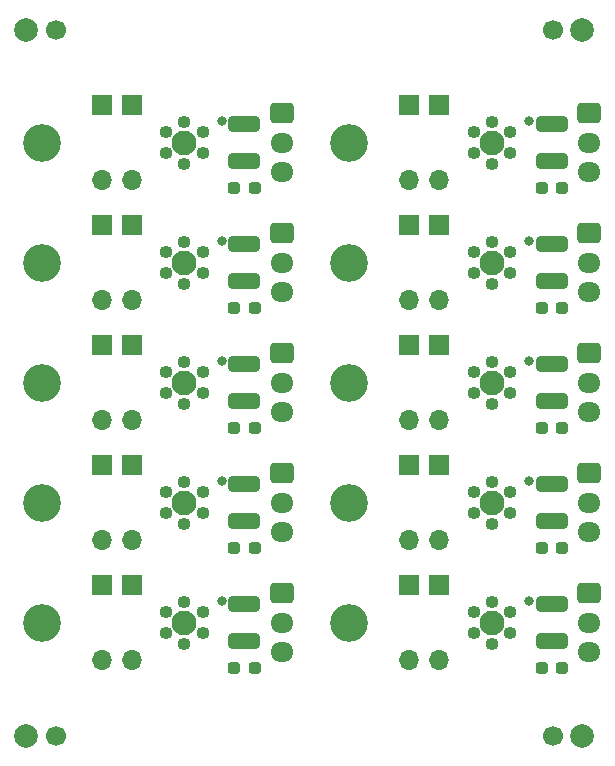
<source format=gbr>
%TF.GenerationSoftware,KiCad,Pcbnew,8.0.8*%
%TF.CreationDate,2025-02-20T22:09:20+11:00*%
%TF.ProjectId,panel,70616e65-6c2e-46b6-9963-61645f706362,rev?*%
%TF.SameCoordinates,Original*%
%TF.FileFunction,Soldermask,Top*%
%TF.FilePolarity,Negative*%
%FSLAX46Y46*%
G04 Gerber Fmt 4.6, Leading zero omitted, Abs format (unit mm)*
G04 Created by KiCad (PCBNEW 8.0.8) date 2025-02-20 22:09:20*
%MOMM*%
%LPD*%
G01*
G04 APERTURE LIST*
G04 Aperture macros list*
%AMRoundRect*
0 Rectangle with rounded corners*
0 $1 Rounding radius*
0 $2 $3 $4 $5 $6 $7 $8 $9 X,Y pos of 4 corners*
0 Add a 4 corners polygon primitive as box body*
4,1,4,$2,$3,$4,$5,$6,$7,$8,$9,$2,$3,0*
0 Add four circle primitives for the rounded corners*
1,1,$1+$1,$2,$3*
1,1,$1+$1,$4,$5*
1,1,$1+$1,$6,$7*
1,1,$1+$1,$8,$9*
0 Add four rect primitives between the rounded corners*
20,1,$1+$1,$2,$3,$4,$5,0*
20,1,$1+$1,$4,$5,$6,$7,0*
20,1,$1+$1,$6,$7,$8,$9,0*
20,1,$1+$1,$8,$9,$2,$3,0*%
G04 Aperture macros list end*
%ADD10O,1.100000X1.100000*%
%ADD11R,1.700000X1.700000*%
%ADD12C,3.200000*%
%ADD13RoundRect,0.237500X0.287500X0.237500X-0.287500X0.237500X-0.287500X-0.237500X0.287500X-0.237500X0*%
%ADD14O,1.700000X1.700000*%
%ADD15C,1.700000*%
%ADD16RoundRect,0.250000X-1.075000X0.400000X-1.075000X-0.400000X1.075000X-0.400000X1.075000X0.400000X0*%
%ADD17C,2.000000*%
%ADD18C,2.100000*%
%ADD19O,1.950000X1.700000*%
%ADD20RoundRect,0.250000X-0.725000X0.600000X-0.725000X-0.600000X0.725000X-0.600000X0.725000X0.600000X0*%
%ADD21C,0.800000*%
G04 APERTURE END LIST*
D10*
%TO.C,H2*%
X165933845Y-32979499D03*
X165933845Y-31179500D03*
X164375000Y-33879500D03*
X164375000Y-30279500D03*
X162816155Y-32979500D03*
X162816155Y-31179500D03*
%TD*%
D11*
%TO.C,J8*%
X159925000Y-49224500D03*
X157385000Y-49224500D03*
%TD*%
D12*
%TO.C,H1*%
X152310000Y-42239500D03*
%TD*%
D13*
%TO.C,D1*%
X168580000Y-76529500D03*
X170330000Y-76529500D03*
%TD*%
D12*
%TO.C,H1*%
X126275000Y-52399500D03*
%TD*%
%TO.C,H1*%
X152310000Y-32079500D03*
%TD*%
%TO.C,H1*%
X152310000Y-52399500D03*
%TD*%
D14*
%TO.C,J9*%
X133890000Y-65734500D03*
X131350000Y-65734500D03*
%TD*%
D13*
%TO.C,D1*%
X168580000Y-56209500D03*
X170330000Y-56209500D03*
%TD*%
D11*
%TO.C,J8*%
X159925000Y-69544500D03*
X157385000Y-69544500D03*
%TD*%
D14*
%TO.C,J9*%
X133890000Y-55574500D03*
X131350000Y-55574500D03*
%TD*%
D15*
%TO.C,KiKit_FID_T_2*%
X169535000Y-22500000D03*
%TD*%
D13*
%TO.C,D1*%
X168580000Y-35889500D03*
X170330000Y-35889500D03*
%TD*%
D16*
%TO.C,R1*%
X169455000Y-64109500D03*
X169455000Y-61009500D03*
%TD*%
D10*
%TO.C,H2*%
X165933845Y-73619499D03*
X165933845Y-71819500D03*
X164375000Y-74519500D03*
X164375000Y-70919500D03*
X162816155Y-73619500D03*
X162816155Y-71819500D03*
%TD*%
D17*
%TO.C,KiKit_TO_3*%
X124965000Y-82299500D03*
%TD*%
D13*
%TO.C,D1*%
X142545000Y-35889500D03*
X144295000Y-35889500D03*
%TD*%
D12*
%TO.C,H1*%
X152310000Y-72719500D03*
%TD*%
D16*
%TO.C,R1*%
X169455000Y-74269500D03*
X169455000Y-71169500D03*
%TD*%
D10*
%TO.C,H2*%
X165933845Y-63459499D03*
X165933845Y-61659500D03*
X164375000Y-64359500D03*
X164375000Y-60759500D03*
X162816155Y-63459500D03*
X162816155Y-61659500D03*
%TD*%
D16*
%TO.C,R1*%
X143420000Y-33629500D03*
X143420000Y-30529500D03*
%TD*%
D11*
%TO.C,J8*%
X159925000Y-59384500D03*
X157385000Y-59384500D03*
%TD*%
D16*
%TO.C,R1*%
X169455000Y-43789500D03*
X169455000Y-40689500D03*
%TD*%
D13*
%TO.C,D1*%
X142545000Y-66369500D03*
X144295000Y-66369500D03*
%TD*%
D17*
%TO.C,KiKit_TO_2*%
X172035000Y-22500000D03*
%TD*%
D14*
%TO.C,J9*%
X159925000Y-55574500D03*
X157385000Y-55574500D03*
%TD*%
D16*
%TO.C,R1*%
X143420000Y-43789500D03*
X143420000Y-40689500D03*
%TD*%
D12*
%TO.C,H1*%
X126275000Y-72719500D03*
%TD*%
D14*
%TO.C,J9*%
X133890000Y-35254500D03*
X131350000Y-35254500D03*
%TD*%
D15*
%TO.C,KiKit_FID_T_3*%
X127465000Y-82299500D03*
%TD*%
D13*
%TO.C,D1*%
X168580000Y-46049500D03*
X170330000Y-46049500D03*
%TD*%
D10*
%TO.C,H2*%
X165933845Y-53299499D03*
X165933845Y-51499500D03*
X164375000Y-54199500D03*
X164375000Y-50599500D03*
X162816155Y-53299500D03*
X162816155Y-51499500D03*
%TD*%
D13*
%TO.C,D1*%
X142545000Y-46049500D03*
X144295000Y-46049500D03*
%TD*%
%TO.C,D1*%
X142545000Y-56209500D03*
X144295000Y-56209500D03*
%TD*%
D10*
%TO.C,H2*%
X139898845Y-73619499D03*
X139898845Y-71819500D03*
X138340000Y-74519500D03*
X138340000Y-70919500D03*
X136781155Y-73619500D03*
X136781155Y-71819500D03*
%TD*%
D12*
%TO.C,H1*%
X126275000Y-62559500D03*
%TD*%
D11*
%TO.C,J8*%
X133890000Y-28904500D03*
X131350000Y-28904500D03*
%TD*%
D14*
%TO.C,J9*%
X159925000Y-65734500D03*
X157385000Y-65734500D03*
%TD*%
D11*
%TO.C,J8*%
X133890000Y-39064500D03*
X131350000Y-39064500D03*
%TD*%
D16*
%TO.C,R1*%
X143420000Y-74269500D03*
X143420000Y-71169500D03*
%TD*%
D10*
%TO.C,H2*%
X139898845Y-53299499D03*
X139898845Y-51499500D03*
X138340000Y-54199500D03*
X138340000Y-50599500D03*
X136781155Y-53299500D03*
X136781155Y-51499500D03*
%TD*%
D17*
%TO.C,KiKit_TO_4*%
X172035000Y-82299500D03*
%TD*%
D15*
%TO.C,KiKit_FID_T_4*%
X169535000Y-82299500D03*
%TD*%
D10*
%TO.C,H2*%
X165933845Y-43139499D03*
X165933845Y-41339500D03*
X164375000Y-44039500D03*
X164375000Y-40439500D03*
X162816155Y-43139500D03*
X162816155Y-41339500D03*
%TD*%
D12*
%TO.C,H1*%
X126275000Y-32079500D03*
%TD*%
D10*
%TO.C,H2*%
X139898845Y-32979499D03*
X139898845Y-31179500D03*
X138340000Y-33879500D03*
X138340000Y-30279500D03*
X136781155Y-32979500D03*
X136781155Y-31179500D03*
%TD*%
D14*
%TO.C,J9*%
X133890000Y-75894500D03*
X131350000Y-75894500D03*
%TD*%
D12*
%TO.C,H1*%
X152310000Y-62559500D03*
%TD*%
D13*
%TO.C,D1*%
X168580000Y-66369500D03*
X170330000Y-66369500D03*
%TD*%
D12*
%TO.C,H1*%
X126275000Y-42239500D03*
%TD*%
D16*
%TO.C,R1*%
X169455000Y-53949500D03*
X169455000Y-50849500D03*
%TD*%
%TO.C,R1*%
X169455000Y-33629500D03*
X169455000Y-30529500D03*
%TD*%
D11*
%TO.C,J8*%
X133890000Y-49224500D03*
X131350000Y-49224500D03*
%TD*%
D14*
%TO.C,J9*%
X159925000Y-35254500D03*
X157385000Y-35254500D03*
%TD*%
D13*
%TO.C,D1*%
X142545000Y-76529500D03*
X144295000Y-76529500D03*
%TD*%
D11*
%TO.C,J8*%
X159925000Y-28904500D03*
X157385000Y-28904500D03*
%TD*%
%TO.C,J8*%
X159925000Y-39064500D03*
X157385000Y-39064500D03*
%TD*%
D14*
%TO.C,J9*%
X133890000Y-45414500D03*
X131350000Y-45414500D03*
%TD*%
D16*
%TO.C,R1*%
X143420000Y-53949500D03*
X143420000Y-50849500D03*
%TD*%
D14*
%TO.C,J9*%
X159925000Y-75894500D03*
X157385000Y-75894500D03*
%TD*%
D10*
%TO.C,H2*%
X139898845Y-63459499D03*
X139898845Y-61659500D03*
X138340000Y-64359500D03*
X138340000Y-60759500D03*
X136781155Y-63459500D03*
X136781155Y-61659500D03*
%TD*%
D11*
%TO.C,J8*%
X133890000Y-59384500D03*
X131350000Y-59384500D03*
%TD*%
%TO.C,J8*%
X133890000Y-69544500D03*
X131350000Y-69544500D03*
%TD*%
D10*
%TO.C,H2*%
X139898845Y-43139499D03*
X139898845Y-41339500D03*
X138340000Y-44039500D03*
X138340000Y-40439500D03*
X136781155Y-43139500D03*
X136781155Y-41339500D03*
%TD*%
D16*
%TO.C,R1*%
X143420000Y-64109500D03*
X143420000Y-61009500D03*
%TD*%
D17*
%TO.C,KiKit_TO_1*%
X124965000Y-22500000D03*
%TD*%
D15*
%TO.C,KiKit_FID_T_1*%
X127465000Y-22500000D03*
%TD*%
D14*
%TO.C,J9*%
X159925000Y-45414500D03*
X157385000Y-45414500D03*
%TD*%
D18*
%TO.C,H4*%
X138340000Y-62559500D03*
%TD*%
D19*
%TO.C,J3*%
X172630000Y-34579500D03*
X172630000Y-32079500D03*
D20*
X172630000Y-29579500D03*
%TD*%
D19*
%TO.C,J3*%
X146595000Y-34579500D03*
X146595000Y-32079500D03*
D20*
X146595000Y-29579500D03*
%TD*%
D19*
%TO.C,J3*%
X172630000Y-75219500D03*
X172630000Y-72719500D03*
D20*
X172630000Y-70219500D03*
%TD*%
D18*
%TO.C,H4*%
X164375000Y-32079500D03*
%TD*%
%TO.C,H4*%
X138340000Y-42239500D03*
%TD*%
%TO.C,H4*%
X164375000Y-42239500D03*
%TD*%
%TO.C,H4*%
X138340000Y-72719500D03*
%TD*%
D19*
%TO.C,J3*%
X172630000Y-65059500D03*
X172630000Y-62559500D03*
D20*
X172630000Y-60059500D03*
%TD*%
D18*
%TO.C,H4*%
X164375000Y-72719500D03*
%TD*%
D19*
%TO.C,J3*%
X146595000Y-54899500D03*
X146595000Y-52399500D03*
D20*
X146595000Y-49899500D03*
%TD*%
D19*
%TO.C,J3*%
X172630000Y-44739500D03*
X172630000Y-42239500D03*
D20*
X172630000Y-39739500D03*
%TD*%
D18*
%TO.C,H4*%
X164375000Y-52399500D03*
%TD*%
%TO.C,H4*%
X138340000Y-52399500D03*
%TD*%
D19*
%TO.C,J3*%
X172630000Y-54899500D03*
X172630000Y-52399500D03*
D20*
X172630000Y-49899500D03*
%TD*%
D19*
%TO.C,J3*%
X146595000Y-75219500D03*
X146595000Y-72719500D03*
D20*
X146595000Y-70219500D03*
%TD*%
D19*
%TO.C,J3*%
X146595000Y-65059500D03*
X146595000Y-62559500D03*
D20*
X146595000Y-60059500D03*
%TD*%
D18*
%TO.C,H4*%
X138340000Y-32079500D03*
%TD*%
%TO.C,H4*%
X164375000Y-62559500D03*
%TD*%
D19*
%TO.C,J3*%
X146595000Y-44739500D03*
X146595000Y-42239500D03*
D20*
X146595000Y-39739500D03*
%TD*%
D21*
X141515000Y-30199500D03*
X167550000Y-30199500D03*
X141515000Y-40359500D03*
X167550000Y-40359500D03*
X141515000Y-50519500D03*
X167550000Y-50519500D03*
X141515000Y-60679500D03*
X167550000Y-60679500D03*
X141515000Y-70839500D03*
X167550000Y-70839500D03*
M02*

</source>
